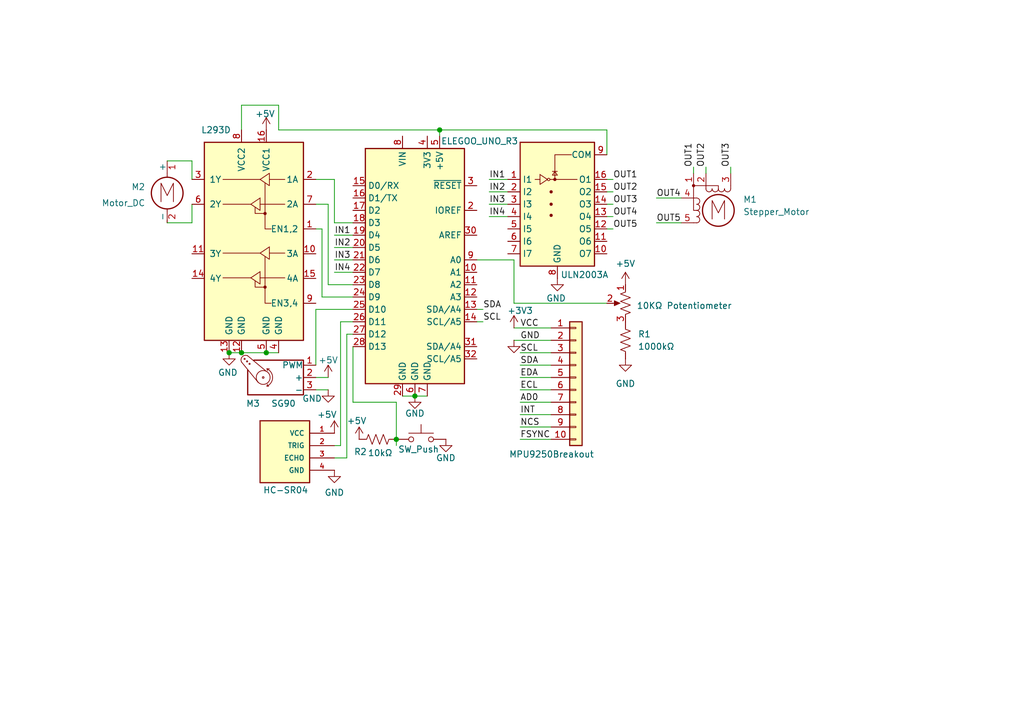
<source format=kicad_sch>
(kicad_sch (version 20250114) (generator "eeschema") (generator_version "9.0")
  (paper "A5")
  (title_block (title "Sensor/Motor Lab Schematic") (date "2026-02-04") (company "S26 Mechatronic Design Team 2") (comment 1 "by Daniel Lazaro"))
  (lib_symbols
    (symbol "Connector_Generic:Conn_01x10" (pin_names (offset 1.016) (hide yes))
      (property "Reference" "J" (at 0 12.7 0))
      (property "Value" "Conn_01x10" (at 0 -15.24 0))
      (symbol "Conn_01x10_1_1"
        (rectangle (start -1.27 11.43) (end 1.27 -13.97) (stroke (width 0.254)) (fill (type background)))
        (rectangle (start -1.27 10.287) (end 0 10.033) (stroke (width 0.1524)))
        (rectangle (start -1.27 7.747) (end 0 7.493) (stroke (width 0.1524)))
        (rectangle (start -1.27 5.207) (end 0 4.953) (stroke (width 0.1524)))
        (rectangle (start -1.27 2.667) (end 0 2.413) (stroke (width 0.1524)))
        (rectangle (start -1.27 0.127) (end 0 -0.127) (stroke (width 0.1524)))
        (rectangle (start -1.27 -2.413) (end 0 -2.667) (stroke (width 0.1524)))
        (rectangle (start -1.27 -4.953) (end 0 -5.207) (stroke (width 0.1524)))
        (rectangle (start -1.27 -7.493) (end 0 -7.747) (stroke (width 0.1524)))
        (rectangle (start -1.27 -10.033) (end 0 -10.287) (stroke (width 0.1524)))
        (rectangle (start -1.27 -12.573) (end 0 -12.827) (stroke (width 0.1524)))
        (pin passive line (at -5.08 10.16 0) (length 3.81) (name "Pin_1") (number "1"))
        (pin passive line (at -5.08 7.62 0) (length 3.81) (name "Pin_2") (number "2"))
        (pin passive line (at -5.08 5.08 0) (length 3.81) (name "Pin_3") (number "3"))
        (pin passive line (at -5.08 2.54 0) (length 3.81) (name "Pin_4") (number "4"))
        (pin passive line (at -5.08 0 0) (length 3.81) (name "Pin_5") (number "5"))
        (pin passive line (at -5.08 -2.54 0) (length 3.81) (name "Pin_6") (number "6"))
        (pin passive line (at -5.08 -5.08 0) (length 3.81) (name "Pin_7") (number "7"))
        (pin passive line (at -5.08 -7.62 0) (length 3.81) (name "Pin_8") (number "8"))
        (pin passive line (at -5.08 -10.16 0) (length 3.81) (name "Pin_9") (number "9"))
        (pin passive line (at -5.08 -12.7 0) (length 3.81) (name "Pin_10") (number "10"))
      )
    )
    (symbol "Device:R_Potentiometer_US" (pin_names (offset 1.016) (hide yes))
      (property "Reference" "RV" (at -4.445 0 90))
      (property "Value" "R_Potentiometer_US" (at -2.54 0 90))
      (symbol "R_Potentiometer_US_0_1"
        (polyline (pts (xy 0 2.54) (xy 0 2.286)))
        (polyline (pts (xy 0 2.286) (xy 1.016 1.905) (xy 0 1.524) (xy -1.016 1.143) (xy 0 0.762)))
        (polyline (pts (xy 0 0.762) (xy 1.016 0.381) (xy 0 0) (xy -1.016 -0.381) (xy 0 -0.762)))
        (polyline (pts (xy 0 -0.762) (xy 1.016 -1.143) (xy 0 -1.524) (xy -1.016 -1.905) (xy 0 -2.286)))
        (polyline (pts (xy 0 -2.286) (xy 0 -2.54)))
        (polyline (pts (xy 1.143 0) (xy 2.286 0.508) (xy 2.286 -0.508) (xy 1.143 0)) (fill (type outline)))
        (polyline (pts (xy 2.54 0) (xy 1.524 0)))
      )
      (symbol "R_Potentiometer_US_1_1"
        (pin passive line (at 0 3.81 270) (length 1.27) (name "1") (number "1"))
        (pin passive line (at 0 -3.81 90) (length 1.27) (name "3") (number "3"))
        (pin passive line (at 3.81 0 180) (length 1.27) (name "2") (number "2"))
      )
    )
    (symbol "Device:R_US" (pin_numbers (hide yes)) (pin_names (offset 0))
      (property "Reference" "R" (at 2.54 0 90))
      (property "Value" "R_US" (at -2.54 0 90))
      (symbol "R_US_0_1"
        (polyline (pts (xy 0 2.286) (xy 0 2.54)))
        (polyline (pts (xy 0 2.286) (xy 1.016 1.905) (xy 0 1.524) (xy -1.016 1.143) (xy 0 0.762)))
        (polyline (pts (xy 0 0.762) (xy 1.016 0.381) (xy 0 0) (xy -1.016 -0.381) (xy 0 -0.762)))
        (polyline (pts (xy 0 -0.762) (xy 1.016 -1.143) (xy 0 -1.524) (xy -1.016 -1.905) (xy 0 -2.286)))
        (polyline (pts (xy 0 -2.286) (xy 0 -2.54)))
      )
      (symbol "R_US_1_1"
        (pin passive line (at 0 3.81 270) (length 1.27) (name "~") (number "1"))
        (pin passive line (at 0 -3.81 90) (length 1.27) (name "~") (number "2"))
      )
    )
    (symbol "Driver_Motor:L293D" (pin_names (offset 1.016))
      (property "Reference" "U" (at -5.08 26.035 0))
      (property "Value" "L293D" (at -5.08 24.13 0))
      (symbol "L293D_0_1"
        (rectangle (start -10.16 22.86) (end 10.16 -17.78) (stroke (width 0.254)) (fill (type background)))
        (polyline (pts (xy -6.35 15.24) (xy -3.175 15.24)))
        (polyline (pts (xy -6.35 10.16) (xy -1.27 10.16)))
        (polyline (pts (xy -6.35 0.127) (xy -3.175 0.127)))
        (polyline (pts (xy -6.35 -4.953) (xy -1.27 -4.953)))
        (polyline (pts (xy -3.175 16.51) (xy -3.175 13.97) (xy -1.27 15.24) (xy -3.175 16.51)))
        (polyline (pts (xy -3.175 1.397) (xy -3.175 -1.143) (xy -1.27 0.127) (xy -3.175 1.397)))
        (polyline (pts (xy -2.286 14.478) (xy -2.286 5.08) (xy -3.556 5.08)))
        (circle (center -2.286 8.255) (radius 0.254) (fill (type outline)))
        (polyline (pts (xy -2.286 8.255) (xy -0.254 8.255) (xy -0.254 9.525)))
        (polyline (pts (xy -2.286 -0.635) (xy -2.286 -10.16) (xy -3.556 -10.16)))
        (circle (center -2.286 -6.858) (radius 0.254) (fill (type outline)))
        (polyline (pts (xy -2.286 -6.858) (xy -0.254 -6.858) (xy -0.254 -5.588)))
        (polyline (pts (xy -1.27 15.24) (xy 6.35 15.24)))
        (polyline (pts (xy -1.27 11.43) (xy -1.27 8.89) (xy 0.635 10.16) (xy -1.27 11.43)))
        (polyline (pts (xy -1.27 0.127) (xy 6.35 0.127)))
        (polyline (pts (xy -1.27 -3.683) (xy -1.27 -6.223) (xy 0.635 -4.953) (xy -1.27 -3.683)))
        (polyline (pts (xy 0.635 10.16) (xy 6.35 10.16)))
        (polyline (pts (xy 0.635 -4.953) (xy 6.35 -4.953)))
      )
      (symbol "L293D_1_1"
        (pin input line (at -12.7 15.24 0) (length 2.54) (name "1A") (number "2"))
        (pin input line (at -12.7 10.16 0) (length 2.54) (name "2A") (number "7"))
        (pin input line (at -12.7 5.08 0) (length 2.54) (name "EN1,2") (number "1"))
        (pin input line (at -12.7 0 0) (length 2.54) (name "3A") (number "10"))
        (pin input line (at -12.7 -5.08 0) (length 2.54) (name "4A") (number "15"))
        (pin input line (at -12.7 -10.16 0) (length 2.54) (name "EN3,4") (number "9"))
        (pin power_in line (at -5.08 -20.32 90) (length 2.54) (name "GND") (number "4"))
        (pin power_in line (at -2.54 25.4 270) (length 2.54) (name "VCC1") (number "16"))
        (pin power_in line (at -2.54 -20.32 90) (length 2.54) (name "GND") (number "5"))
        (pin power_in line (at 2.54 25.4 270) (length 2.54) (name "VCC2") (number "8"))
        (pin power_in line (at 2.54 -20.32 90) (length 2.54) (name "GND") (number "12"))
        (pin power_in line (at 5.08 -20.32 90) (length 2.54) (name "GND") (number "13"))
        (pin output line (at 12.7 15.24 180) (length 2.54) (name "1Y") (number "3"))
        (pin output line (at 12.7 10.16 180) (length 2.54) (name "2Y") (number "6"))
        (pin output line (at 12.7 0 180) (length 2.54) (name "3Y") (number "11"))
        (pin output line (at 12.7 -5.08 180) (length 2.54) (name "4Y") (number "14"))
      )
    )
    (symbol "HC-SR04:HC-SR04" (pin_names (offset 1.016))
      (property "Reference" "U" (at 0 5.0813 0))
      (property "Value" "HC-SR04" (at 0 -10.163 0))
      (symbol "HC-SR04_0_0"
        (rectangle (start 0 -7.62) (end 10.16 5.08) (stroke (width 0.254)) (fill (type background)))
        (pin power_in line (at -5.08 2.54 0) (length 5.08) (name "VCC") (number "1"))
        (pin bidirectional line (at -5.08 0 0) (length 5.08) (name "TRIG") (number "2"))
        (pin bidirectional line (at -5.08 -2.54 0) (length 5.08) (name "ECHO") (number "3"))
        (pin power_in line (at -5.08 -5.08 0) (length 5.08) (name "GND") (number "4"))
      )
    )
    (symbol "MCU_Module:Arduino_UNO_R3"
      (property "Reference" "A" (at -10.16 23.495 0))
      (property "Value" "Arduino_UNO_R3" (at 5.08 -26.67 0))
      (symbol "Arduino_UNO_R3_0_1"
        (rectangle (start -10.16 22.86) (end 10.16 -25.4) (stroke (width 0.254)) (fill (type background)))
      )
      (symbol "Arduino_UNO_R3_1_1"
        (pin bidirectional line (at -12.7 15.24 0) (length 2.54) (name "D0/RX") (number "15"))
        (pin bidirectional line (at -12.7 12.7 0) (length 2.54) (name "D1/TX") (number "16"))
        (pin bidirectional line (at -12.7 10.16 0) (length 2.54) (name "D2") (number "17"))
        (pin bidirectional line (at -12.7 7.62 0) (length 2.54) (name "D3") (number "18"))
        (pin bidirectional line (at -12.7 5.08 0) (length 2.54) (name "D4") (number "19"))
        (pin bidirectional line (at -12.7 2.54 0) (length 2.54) (name "D5") (number "20"))
        (pin bidirectional line (at -12.7 0 0) (length 2.54) (name "D6") (number "21"))
        (pin bidirectional line (at -12.7 -2.54 0) (length 2.54) (name "D7") (number "22"))
        (pin bidirectional line (at -12.7 -5.08 0) (length 2.54) (name "D8") (number "23"))
        (pin bidirectional line (at -12.7 -7.62 0) (length 2.54) (name "D9") (number "24"))
        (pin bidirectional line (at -12.7 -10.16 0) (length 2.54) (name "D10") (number "25"))
        (pin bidirectional line (at -12.7 -12.7 0) (length 2.54) (name "D11") (number "26"))
        (pin bidirectional line (at -12.7 -15.24 0) (length 2.54) (name "D12") (number "27"))
        (pin bidirectional line (at -12.7 -17.78 0) (length 2.54) (name "D13") (number "28"))
        (pin no_connect line (at -10.16 -20.32 0) (length 2.54) (hide yes) (name "NC") (number "1"))
        (pin power_in line (at -2.54 25.4 270) (length 2.54) (name "VIN") (number "8"))
        (pin power_in line (at -2.54 -27.94 90) (length 2.54) (name "GND") (number "29"))
        (pin power_in line (at 0 -27.94 90) (length 2.54) (name "GND") (number "6"))
        (pin power_out line (at 2.54 25.4 270) (length 2.54) (name "3V3") (number "4"))
        (pin power_in line (at 2.54 -27.94 90) (length 2.54) (name "GND") (number "7"))
        (pin power_out line (at 5.08 25.4 270) (length 2.54) (name "+5V") (number "5"))
        (pin input line (at 12.7 15.24 180) (length 2.54) (name "~{RESET}") (number "3"))
        (pin output line (at 12.7 10.16 180) (length 2.54) (name "IOREF") (number "2"))
        (pin input line (at 12.7 5.08 180) (length 2.54) (name "AREF") (number "30"))
        (pin bidirectional line (at 12.7 0 180) (length 2.54) (name "A0") (number "9"))
        (pin bidirectional line (at 12.7 -2.54 180) (length 2.54) (name "A1") (number "10"))
        (pin bidirectional line (at 12.7 -5.08 180) (length 2.54) (name "A2") (number "11"))
        (pin bidirectional line (at 12.7 -7.62 180) (length 2.54) (name "A3") (number "12"))
        (pin bidirectional line (at 12.7 -10.16 180) (length 2.54) (name "SDA/A4") (number "13"))
        (pin bidirectional line (at 12.7 -12.7 180) (length 2.54) (name "SCL/A5") (number "14"))
        (pin bidirectional line (at 12.7 -17.78 180) (length 2.54) (name "SDA/A4") (number "31"))
        (pin bidirectional line (at 12.7 -20.32 180) (length 2.54) (name "SCL/A5") (number "32"))
      )
    )
    (symbol "Motor:Motor_DC" (pin_names (offset 0))
      (property "Reference" "M" (at 2.54 2.54 0))
      (property "Value" "Motor_DC" (at 2.54 -5.08 0))
      (symbol "Motor_DC_0_0"
        (polyline (pts (xy -1.27 -3.302) (xy -1.27 0.508) (xy 0 -2.032) (xy 1.27 0.508) (xy 1.27 -3.302)))
      )
      (symbol "Motor_DC_0_1"
        (polyline (pts (xy 0 2.032) (xy 0 2.54)))
        (polyline (pts (xy 0 1.7272) (xy 0 2.0828)))
        (circle (center 0 -1.524) (radius 3.2512) (stroke (width 0.254)))
        (polyline (pts (xy 0 -4.7752) (xy 0 -5.1816)))
        (polyline (pts (xy 0 -7.62) (xy 0 -7.112)))
      )
      (symbol "Motor_DC_1_1"
        (pin passive line (at 0 5.08 270) (length 2.54) (name "+") (number "1"))
        (pin passive line (at 0 -7.62 90) (length 2.54) (name "-") (number "2"))
      )
    )
    (symbol "Motor:Motor_Servo" (pin_names (offset 0.0254))
      (property "Reference" "M" (at -5.08 4.445 0))
      (property "Value" "Motor_Servo" (at -5.08 -4.064 0))
      (symbol "Motor_Servo_0_1"
        (polyline (pts (xy 2.413 1.778) (xy 1.905 1.778)))
        (polyline (pts (xy 2.413 1.778) (xy 2.286 1.397)))
        (polyline (pts (xy 2.413 -1.778) (xy 2.032 -1.778)))
        (polyline (pts (xy 2.413 -1.778) (xy 2.286 -1.397)))
        (arc (start 2.413 -1.778) (mid 1.2406 0) (end 2.413 1.778))
        (circle (center 3.175 0) (radius 0.1778))
        (circle (center 3.175 0) (radius 1.4224))
        (polyline (pts (xy 5.08 3.556) (xy -5.08 3.556) (xy -5.08 -3.556) (xy 6.35 -3.556) (xy 6.35 1.524)) (stroke (width 0.254)))
        (circle (center 5.969 2.794) (radius 0.127))
        (polyline (pts (xy 6.35 4.445) (xy 2.54 1.27)))
        (circle (center 6.477 3.302) (radius 0.127))
        (arc (start 6.35 4.445) (mid 7.4487 4.2737) (end 7.62 3.175))
        (circle (center 6.985 3.81) (radius 0.127))
        (polyline (pts (xy 7.62 3.175) (xy 4.191 -1.016)))
      )
      (symbol "Motor_Servo_1_1"
        (pin passive line (at -7.62 2.54 0) (length 2.54) (name "PWM") (number "1"))
        (pin passive line (at -7.62 0 0) (length 2.54) (name "+") (number "2"))
        (pin passive line (at -7.62 -2.54 0) (length 2.54) (name "-") (number "3"))
      )
    )
    (symbol "Motor:Stepper_Motor_unipolar_5pin" (pin_names (offset 0) (hide yes))
      (property "Reference" "M" (at 3.81 2.54 0))
      (property "Value" "Stepper_Motor_unipolar_5pin" (at 3.81 1.27 0))
      (symbol "Stepper_Motor_unipolar_5pin_0_0"
        (polyline (pts (xy -1.27 -1.778) (xy -1.27 2.032) (xy 0 -0.508) (xy 1.27 2.032) (xy 1.27 -1.778)))
      )
      (symbol "Stepper_Motor_unipolar_5pin_0_1"
        (circle (center -5.08 5.08) (radius 0.0001) (fill (type outline)))
        (circle (center -5.08 5.08) (radius 0.254) (fill (type outline)))
        (polyline (pts (xy -5.08 5.08) (xy -5.08 0) (xy -4.445 0)))
        (polyline (pts (xy -5.08 2.54) (xy -4.445 2.54)))
        (polyline (pts (xy -5.08 -2.54) (xy -4.445 -2.54)))
        (arc (start -4.445 2.54) (mid -3.8127 1.905) (end -4.445 1.27))
        (arc (start -4.445 1.27) (mid -3.8127 0.635) (end -4.445 0))
        (arc (start -4.445 0) (mid -3.8127 -0.635) (end -4.445 -1.27))
        (arc (start -4.445 -1.27) (mid -3.8127 -1.905) (end -4.445 -2.54))
        (polyline (pts (xy -2.54 4.445) (xy -2.54 5.08)))
        (arc (start -1.27 4.445) (mid -1.905 3.8127) (end -2.54 4.445))
        (arc (start 0 4.445) (mid -0.635 3.8127) (end -1.27 4.445))
        (polyline (pts (xy 0 4.445) (xy 0 5.08) (xy -5.08 5.08)))
        (circle (center 0 0) (radius 3.2512) (stroke (width 0.254)))
        (arc (start 1.27 4.445) (mid 0.635 3.8127) (end 0 4.445))
        (arc (start 2.54 4.445) (mid 1.905 3.8127) (end 1.27 4.445))
        (polyline (pts (xy 2.54 4.445) (xy 2.54 5.08)))
      )
      (symbol "Stepper_Motor_unipolar_5pin_1_1"
        (pin passive line (at -7.62 2.54 0) (length 2.54) (name "~") (number "4"))
        (pin passive line (at -7.62 -2.54 0) (length 2.54) (name "~") (number "5"))
        (pin passive line (at -5.08 7.62 270) (length 2.54) (name "~") (number "1"))
        (pin passive line (at -2.54 7.62 270) (length 2.54) (name "~") (number "2"))
        (pin passive line (at 2.54 7.62 270) (length 2.54) (name "-") (number "3"))
      )
    )
    (symbol "Switch:SW_Push" (pin_numbers (hide yes)) (pin_names (offset 1.016) (hide yes))
      (property "Reference" "SW" (at 1.27 2.54 0))
      (property "Value" "SW_Push" (at 0 -1.524 0))
      (symbol "SW_Push_0_1"
        (circle (center -2.032 0) (radius 0.508))
        (polyline (pts (xy 0 1.27) (xy 0 3.048)))
        (circle (center 2.032 0) (radius 0.508))
        (polyline (pts (xy 2.54 1.27) (xy -2.54 1.27)))
        (pin passive line (at -5.08 0 0) (length 2.54) (name "1") (number "1"))
        (pin passive line (at 5.08 0 180) (length 2.54) (name "2") (number "2"))
      )
    )
    (symbol "Transistor_Array:ULN2003A"
      (property "Reference" "U" (at 0 15.875 0))
      (property "Value" "ULN2003A" (at 0 13.97 0))
      (symbol "ULN2003A_0_1"
        (rectangle (start -7.62 -12.7) (end 7.62 12.7) (stroke (width 0.254)) (fill (type background)))
        (polyline (pts (xy -4.572 5.08) (xy -3.556 5.08)))
        (polyline (pts (xy -3.556 6.096) (xy -3.556 4.064) (xy -2.032 5.08) (xy -3.556 6.096)))
        (circle (center -1.778 5.08) (radius 0.254))
        (polyline (pts (xy -1.524 5.08) (xy 4.064 5.08)))
        (circle (center -1.27 2.54) (radius 0.254) (fill (type outline)))
        (circle (center -1.27 0) (radius 0.254) (fill (type outline)))
        (circle (center -1.27 -2.286) (radius 0.254) (fill (type outline)))
        (circle (center -0.508 5.08) (radius 0.254) (fill (type outline)))
        (polyline (pts (xy -0.508 5.08) (xy -0.508 10.16) (xy 2.921 10.16)))
        (polyline (pts (xy 0 6.731) (xy -1.016 6.731)))
        (polyline (pts (xy 0 5.969) (xy -1.016 5.969) (xy -0.508 6.731) (xy 0 5.969)))
      )
      (symbol "ULN2003A_1_1"
        (pin input line (at -10.16 5.08 0) (length 2.54) (name "I1") (number "1"))
        (pin input line (at -10.16 2.54 0) (length 2.54) (name "I2") (number "2"))
        (pin input line (at -10.16 0 0) (length 2.54) (name "I3") (number "3"))
        (pin input line (at -10.16 -2.54 0) (length 2.54) (name "I4") (number "4"))
        (pin input line (at -10.16 -5.08 0) (length 2.54) (name "I5") (number "5"))
        (pin input line (at -10.16 -7.62 0) (length 2.54) (name "I6") (number "6"))
        (pin input line (at -10.16 -10.16 0) (length 2.54) (name "I7") (number "7"))
        (pin power_in line (at 0 -15.24 90) (length 2.54) (name "GND") (number "8"))
        (pin passive line (at 10.16 10.16 180) (length 2.54) (name "COM") (number "9"))
        (pin open_collector line (at 10.16 5.08 180) (length 2.54) (name "O1") (number "16"))
        (pin open_collector line (at 10.16 2.54 180) (length 2.54) (name "O2") (number "15"))
        (pin open_collector line (at 10.16 0 180) (length 2.54) (name "O3") (number "14"))
        (pin open_collector line (at 10.16 -2.54 180) (length 2.54) (name "O4") (number "13"))
        (pin open_collector line (at 10.16 -5.08 180) (length 2.54) (name "O5") (number "12"))
        (pin open_collector line (at 10.16 -7.62 180) (length 2.54) (name "O6") (number "11"))
        (pin open_collector line (at 10.16 -10.16 180) (length 2.54) (name "O7") (number "10"))
      )
    )
    (symbol "power:+3V3" (power) (pin_numbers (hide yes)) (pin_names (offset 0) (hide yes))
      (property "Value" "+3V3" (at 0 3.556 0))
      (symbol "+3V3_0_1"
        (polyline (pts (xy -0.762 1.27) (xy 0 2.54)))
        (polyline (pts (xy 0 2.54) (xy 0.762 1.27)))
        (polyline (pts (xy 0 0) (xy 0 2.54)))
      )
      (symbol "+3V3_1_1"
        (pin power_in line (at 0 0 90) (length 0) (name "~") (number "1"))
      )
    )
    (symbol "power:+5V" (power) (pin_numbers (hide yes)) (pin_names (offset 0) (hide yes))
      (property "Value" "+5V" (at 0 3.556 0))
      (symbol "+5V_0_1"
        (polyline (pts (xy -0.762 1.27) (xy 0 2.54)))
        (polyline (pts (xy 0 2.54) (xy 0.762 1.27)))
        (polyline (pts (xy 0 0) (xy 0 2.54)))
      )
      (symbol "+5V_1_1"
        (pin power_in line (at 0 0 90) (length 0) (name "~") (number "1"))
      )
    )
    (symbol "power:GND" (power) (pin_numbers (hide yes)) (pin_names (offset 0) (hide yes))
      (property "Value" "GND" (at 0 -3.81 0))
      (symbol "GND_0_1"
        (polyline (pts (xy 0 0) (xy 0 -1.27) (xy 1.27 -1.27) (xy 0 -2.54) (xy -1.27 -1.27) (xy 0 -1.27)))
      )
      (symbol "GND_1_1"
        (pin power_in line (at 0 0 270) (length 0) (name "~") (number "1"))
      )
    )
  )
  (junction (at 85.09 81.28))
  (junction (at 49.53 72.39))
  (junction (at 90.17 26.67))
  (junction (at 54.61 72.39))
  (junction (at 81.28 90.17))
  (junction (at 46.99 72.39))
  (wire (pts (xy 39.37 33.02) (xy 34.29 33.02)))
  (wire (pts (xy 90.17 26.67) (xy 57.15 26.67)))
  (wire (pts (xy 124.46 46.99) (xy 125.73 46.99)))
  (wire (pts (xy 85.09 81.28) (xy 87.63 81.28)))
  (wire (pts (xy 105.41 69.85) (xy 113.03 69.85)))
  (wire (pts (xy 100.33 44.45) (xy 104.14 44.45)))
  (wire (pts (xy 49.53 21.59) (xy 49.53 26.67)))
  (wire (pts (xy 106.68 77.47) (xy 113.03 77.47)))
  (wire (pts (xy 124.46 44.45) (xy 125.73 44.45)))
  (wire (pts (xy 106.68 85.09) (xy 113.03 85.09)))
  (wire (pts (xy 81.28 82.55) (xy 81.28 90.17)))
  (wire (pts (xy 142.24 34.29) (xy 142.24 35.56)))
  (wire (pts (xy 67.31 58.42) (xy 67.31 41.91)))
  (wire (pts (xy 90.17 26.67) (xy 124.46 26.67)))
  (wire (pts (xy 105.41 62.23) (xy 105.41 53.34)))
  (wire (pts (xy 69.85 66.04) (xy 69.85 91.44)))
  (wire (pts (xy 134.62 40.64) (xy 139.7 40.64)))
  (wire (pts (xy 68.58 48.26) (xy 72.39 48.26)))
  (wire (pts (xy 64.77 36.83) (xy 68.58 36.83)))
  (wire (pts (xy 72.39 58.42) (xy 67.31 58.42)))
  (wire (pts (xy 68.58 53.34) (xy 72.39 53.34)))
  (wire (pts (xy 39.37 45.72) (xy 39.37 41.91)))
  (wire (pts (xy 72.39 63.5) (xy 64.77 63.5)))
  (wire (pts (xy 97.79 66.04) (xy 99.06 66.04)))
  (wire (pts (xy 69.85 66.04) (xy 72.39 66.04)))
  (wire (pts (xy 49.53 72.39) (xy 54.61 72.39)))
  (wire (pts (xy 64.77 80.01) (xy 67.31 80.01)))
  (wire (pts (xy 68.58 91.44) (xy 69.85 91.44)))
  (wire (pts (xy 105.41 53.34) (xy 97.79 53.34)))
  (wire (pts (xy 46.99 72.39) (xy 49.53 72.39)))
  (wire (pts (xy 71.12 93.98) (xy 71.12 68.58)))
  (wire (pts (xy 81.28 91.44) (xy 81.28 90.17)))
  (wire (pts (xy 68.58 55.88) (xy 72.39 55.88)))
  (wire (pts (xy 97.79 63.5) (xy 99.06 63.5)))
  (wire (pts (xy 67.31 41.91) (xy 64.77 41.91)))
  (wire (pts (xy 66.04 60.96) (xy 66.04 46.99)))
  (wire (pts (xy 64.77 46.99) (xy 66.04 46.99)))
  (wire (pts (xy 124.46 26.67) (xy 124.46 31.75)))
  (wire (pts (xy 64.77 77.47) (xy 67.31 77.47)))
  (wire (pts (xy 54.61 72.39) (xy 57.15 72.39)))
  (wire (pts (xy 68.58 93.98) (xy 71.12 93.98)))
  (wire (pts (xy 64.77 63.5) (xy 64.77 74.93)))
  (wire (pts (xy 106.68 72.39) (xy 113.03 72.39)))
  (wire (pts (xy 105.41 67.31) (xy 113.03 67.31)))
  (wire (pts (xy 106.68 82.55) (xy 113.03 82.55)))
  (wire (pts (xy 57.15 26.67) (xy 57.15 21.59)))
  (wire (pts (xy 106.68 90.17) (xy 113.03 90.17)))
  (wire (pts (xy 68.58 45.72) (xy 72.39 45.72)))
  (wire (pts (xy 100.33 36.83) (xy 104.14 36.83)))
  (wire (pts (xy 71.12 68.58) (xy 72.39 68.58)))
  (wire (pts (xy 106.68 80.01) (xy 113.03 80.01)))
  (wire (pts (xy 39.37 36.83) (xy 39.37 33.02)))
  (wire (pts (xy 82.55 81.28) (xy 85.09 81.28)))
  (wire (pts (xy 72.39 82.55) (xy 81.28 82.55)))
  (wire (pts (xy 144.78 34.29) (xy 144.78 35.56)))
  (wire (pts (xy 34.29 45.72) (xy 39.37 45.72)))
  (wire (pts (xy 72.39 71.12) (xy 72.39 82.55)))
  (wire (pts (xy 124.46 41.91) (xy 125.73 41.91)))
  (wire (pts (xy 149.86 34.29) (xy 149.86 35.56)))
  (wire (pts (xy 72.39 60.96) (xy 66.04 60.96)))
  (wire (pts (xy 100.33 41.91) (xy 104.14 41.91)))
  (wire (pts (xy 134.62 45.72) (xy 139.7 45.72)))
  (wire (pts (xy 106.68 87.63) (xy 113.03 87.63)))
  (wire (pts (xy 68.58 36.83) (xy 68.58 45.72)))
  (wire (pts (xy 124.46 39.37) (xy 125.73 39.37)))
  (wire (pts (xy 106.68 74.93) (xy 113.03 74.93)))
  (wire (pts (xy 57.15 21.59) (xy 49.53 21.59)))
  (wire (pts (xy 68.58 50.8) (xy 72.39 50.8)))
  (wire (pts (xy 124.46 36.83) (xy 125.73 36.83)))
  (wire (pts (xy 100.33 39.37) (xy 104.14 39.37)))
  (wire (pts (xy 124.46 62.23) (xy 105.41 62.23)))
  (wire (pts (xy 90.17 27.94) (xy 90.17 26.67)))
  (label "SDA" (at 106.68 74.93 0))
  (label "OUT1" (at 125.73 36.83 0))
  (label "OUT3" (at 125.73 41.91 0))
  (label "FSYNC" (at 106.68 90.17 0))
  (label "AD0" (at 106.68 82.55 0))
  (label "OUT5" (at 125.73 46.99 0))
  (label "IN4" (at 100.33 44.45 0))
  (label "EDA" (at 106.68 77.47 0))
  (label "ECL" (at 106.68 80.01 0))
  (label "IN4" (at 68.58 55.88 0))
  (label "OUT2" (at 144.78 34.29 90))
  (label "VCC" (at 106.68 67.31 0))
  (label "IN1" (at 68.58 48.26 0))
  (label "SCL" (at 99.06 66.04 0))
  (label "GND" (at 106.68 69.85 0))
  (label "IN2" (at 100.33 39.37 0))
  (label "OUT1" (at 142.24 34.29 90))
  (label "NCS" (at 106.68 87.63 0))
  (label "SDA" (at 99.06 63.5 0))
  (label "IN3" (at 100.33 41.91 0))
  (label "INT" (at 106.68 85.09 0))
  (label "IN3" (at 68.58 53.34 0))
  (label "OUT4" (at 134.62 40.64 0))
  (label "OUT3" (at 149.86 34.29 90))
  (label "OUT2" (at 125.73 39.37 0))
  (label "OUT5" (at 134.62 45.72 0))
  (label "SCL" (at 106.68 72.39 0))
  (label "OUT4" (at 125.73 44.45 0))
  (label "IN1" (at 100.33 36.83 0))
  (label "IN2" (at 68.58 50.8 0))
  (symbol (lib_id "Device:R_Potentiometer_US") (at 128.27 62.23 0) (mirror y) (unit 1)
    (property "Reference" "RV1" (effects (hide yes)))
    (property "Value" "10KΩ Potentiometer" (at 130.556 62.738 0) (effects (justify right)))
    (property "Description" "Potentiometer, US symbol" (effects (hide yes)))
  )
  (symbol (lib_id "power:+5V") (at 128.27 58.42 0) (unit 1)
    (property "Reference" "#PWR08" (effects (hide yes)))
    (property "Value" "+5V" (at 128.27 54.102 0))
    (property "Description" "Power symbol creates a global label with name \"+5V\"" (effects (hide yes)))
  )
  (symbol (lib_id "HC-SR04:HC-SR04") (at 63.5 91.44 0) (mirror y) (unit 1)
    (property "Reference" "U3" (effects (hide yes)))
    (property "Value" "HC-SR04" (at 63.246 100.584 0) (effects (justify left)))
    (property "Footprint" "HC-SR04:XCVR_HC-SR04" (effects (hide yes)))
    (property "MF" "SparkFun Electronics" (effects (hide yes)))
    (property "Description_1" "HC-SR04 Ultrasonic Sensor Qwiic Platform Evaluation Expansion Board" (effects (hide yes)))
    (property "Package" "None" (effects (hide yes)))
    (property "Price" "None" (effects (hide yes)))
    (property "Check_prices" "https://www.snapeda.com/parts/HC-SR04/SparkFun/view-part/?ref=eda" (effects (hide yes)))
    (property "SnapEDA_Link" "https://www.snapeda.com/parts/HC-SR04/SparkFun/view-part/?ref=snap" (effects (hide yes)))
    (property "MP" "HC-SR04" (effects (hide yes)))
    (property "Availability" "In Stock" (effects (hide yes)))
    (property "MANUFACTURER" "Osepp" (effects (hide yes)))
  )
  (symbol (lib_id "power:GND") (at 128.27 73.66 0) (unit 1)
    (property "Reference" "#PWR05" (effects (hide yes)))
    (property "Value" "GND" (at 128.27 78.74 0))
    (property "Description" "Power symbol creates a global label with name \"GND\" , ground" (effects (hide yes)))
  )
  (symbol (lib_id "MCU_Module:Arduino_UNO_R3") (at 85.09 53.34 0) (unit 1)
    (property "Reference" "A1" (effects (hide yes)))
    (property "Value" "ELEGOO_UNO_R3" (at 90.424 28.956 0) (effects (justify left)))
    (property "Footprint" "Module:Arduino_UNO_R3" (effects (hide yes)))
    (property "Datasheet" "https://www.arduino.cc/en/Main/arduinoBoardUno" (effects (hide yes)))
    (property "Description" "Arduino UNO Microcontroller Module, release 3" (effects (hide yes)))
  )
  (symbol (lib_id "power:+5V") (at 73.66 90.17 0) (unit 1)
    (property "Reference" "#PWR09" (effects (hide yes)))
    (property "Value" "+5V" (at 73.152 86.36 0))
    (property "Description" "Power symbol creates a global label with name \"+5V\"" (effects (hide yes)))
  )
  (symbol (lib_id "Motor:Stepper_Motor_unipolar_5pin") (at 147.32 43.18 0) (unit 1)
    (property "Reference" "M1" (at 152.4 40.932 0) (effects (justify left)))
    (property "Value" "Stepper_Motor" (at 152.4 43.472 0) (effects (justify left)))
    (property "Datasheet" "http://www.infineon.com/dgdl/Application-Note-TLE8110EE_driving_UniPolarStepperMotor_V1.1.pdf?fileId=db3a30431be39b97011be5d0aa0a00b0" (effects (hide yes)))
    (property "Description" "5-wire unipolar stepper motor" (effects (hide yes)))
  )
  (symbol (lib_id "power:GND") (at 68.58 96.52 0) (unit 1)
    (property "Reference" "#PWR01" (effects (hide yes)))
    (property "Value" "GND" (at 68.58 101.092 0))
    (property "Description" "Power symbol creates a global label with name \"GND\" , ground" (effects (hide yes)))
  )
  (symbol (lib_id "power:+3V3") (at 105.41 67.31 0) (unit 1)
    (property "Reference" "#PWR010" (effects (hide yes)))
    (property "Value" "+3V3" (at 106.68 63.754 0))
    (property "Description" "Power symbol creates a global label with name \"+3V3\"" (effects (hide yes)))
  )
  (symbol (lib_id "Switch:SW_Push") (at 86.36 90.17 0) (unit 1)
    (property "Reference" "SW2" (effects (hide yes)))
    (property "Value" "SW_Push" (at 85.852 92.202 0))
    (property "Description" "Push button switch, generic, two pins" (effects (hide yes)))
  )
  (symbol (lib_id "Driver_Motor:L293D") (at 52.07 52.07 0) (mirror y) (unit 1)
    (property "Reference" "U1" (effects (hide yes)))
    (property "Value" "L293D" (at 47.3867 26.67 0) (effects (justify left)))
    (property "Footprint" "Package_DIP:DIP-16_W7.62mm" (effects (hide yes)))
    (property "Datasheet" "http://www.ti.com/lit/ds/symlink/l293.pdf" (effects (hide yes)))
    (property "Description" "Quadruple Half-H Drivers" (effects (hide yes)))
  )
  (symbol (lib_id "Connector_Generic:Conn_01x10") (at 118.11 77.47 0) (unit 1)
    (property "Reference" "MPU9250Breakout" (at 104.394 93.218 0) (effects (justify left)))
    (property "Value" "MPU9250 Breakout" (effects (hide yes)))
    (property "Description" "Generic connector, single row, 01x10, script generated (kicad-library-utils/schlib/autogen/connector/)" (effects (hide yes)))
  )
  (symbol (lib_id "power:+5V") (at 68.58 88.9 0) (unit 1)
    (property "Reference" "#PWR011" (effects (hide yes)))
    (property "Value" "+5V" (at 67.056 85.09 0))
    (property "Description" "Power symbol creates a global label with name \"+5V\"" (effects (hide yes)))
  )
  (symbol (lib_id "power:+5V") (at 54.61 26.67 0) (unit 1)
    (property "Reference" "#PWR07" (effects (hide yes)))
    (property "Value" "+5V" (at 54.356 23.368 0))
    (property "Description" "Power symbol creates a global label with name \"+5V\"" (effects (hide yes)))
  )
  (symbol (lib_id "power:GND") (at 46.99 72.39 0) (unit 1)
    (property "Reference" "#PWR03" (effects (hide yes)))
    (property "Value" "GND" (at 46.736 76.454 0))
    (property "Description" "Power symbol creates a global label with name \"GND\" , ground" (effects (hide yes)))
  )
  (symbol (lib_id "Transistor_Array:ULN2003A") (at 114.3 41.91 0) (unit 1)
    (property "Reference" "U2" (effects (hide yes)))
    (property "Value" "ULN2003A" (at 119.888 56.388 0))
    (property "Datasheet" "http://www.ti.com/lit/ds/symlink/uln2003a.pdf" (effects (hide yes)))
    (property "Description" "High Voltage, High Current Darlington Transistor Arrays, SOIC16/SOIC16W/DIP16/TSSOP16" (effects (hide yes)))
  )
  (symbol (lib_id "power:GND") (at 91.44 90.17 0) (unit 1)
    (property "Reference" "#PWR06" (effects (hide yes)))
    (property "Value" "GND" (at 91.44 93.98 0))
    (property "Description" "Power symbol creates a global label with name \"GND\" , ground" (effects (hide yes)))
  )
  (symbol (lib_id "Device:R_US") (at 77.47 90.17 90) (unit 1)
    (property "Reference" "R2" (at 73.914 92.71 90))
    (property "Value" "10kΩ" (at 77.978 92.964 90))
    (property "Description" "Resistor, US symbol" (effects (hide yes)))
  )
  (symbol (lib_id "power:+5V") (at 67.31 77.47 0) (unit 1)
    (property "Reference" "#PWR012" (effects (hide yes)))
    (property "Value" "+5V" (at 67.31 73.914 0))
    (property "Description" "Power symbol creates a global label with name \"+5V\"" (effects (hide yes)))
  )
  (symbol (lib_id "power:GND") (at 67.31 80.01 0) (unit 1)
    (property "Reference" "#PWR013" (effects (hide yes)))
    (property "Value" "GND" (at 64.008 81.788 0))
    (property "Description" "Power symbol creates a global label with name \"GND\" , ground" (effects (hide yes)))
  )
  (symbol (lib_id "Motor:Motor_Servo") (at 57.15 77.47 0) (mirror y) (unit 1)
    (property "Reference" "M3" (at 53.34 82.804 0) (effects (justify left)))
    (property "Value" "SG90" (at 60.706 82.804 0) (effects (justify left)))
    (property "Datasheet" "http://forums.parallax.com/uploads/attachments/46831/74481.png" (effects (hide yes)))
    (property "Description" "Servo Motor (Futaba, HiTec, JR connector)" (effects (hide yes)))
  )
  (symbol (lib_id "Device:R_US") (at 128.27 69.85 0) (unit 1)
    (property "Reference" "R1" (at 130.81 68.5799 0) (effects (justify left)))
    (property "Value" "1000kΩ" (at 130.81 71.1199 0) (effects (justify left)))
    (property "Description" "Resistor, US symbol" (effects (hide yes)))
  )
  (symbol (lib_id "power:GND") (at 114.3 57.15 0) (unit 1)
    (property "Reference" "#PWR04" (effects (hide yes)))
    (property "Value" "GND" (at 114.046 61.214 0))
    (property "Description" "Power symbol creates a global label with name \"GND\" , ground" (effects (hide yes)))
  )
  (symbol (lib_id "power:GND") (at 85.09 81.28 0) (unit 1)
    (property "Reference" "#PWR02" (effects (hide yes)))
    (property "Value" "GND" (at 85.09 84.836 0))
    (property "Description" "Power symbol creates a global label with name \"GND\" , ground" (effects (hide yes)))
  )
  (symbol (lib_id "Motor:Motor_DC") (at 34.29 38.1 0) (unit 1)
    (property "Reference" "M2" (at 26.924 38.354 0) (effects (justify left)))
    (property "Value" "Motor_DC" (at 20.828 41.656 0) (effects (justify left)))
    (property "Description" "DC Motor" (effects (hide yes)))
  )
  (symbol (lib_id "power:GND") (at 105.41 69.85 0) (unit 1)
    (property "Reference" "#PWR014" (effects (hide yes)))
    (property "Value" "GND" (effects (hide yes)))
    (property "Description" "Power symbol creates a global label with name \"GND\" , ground" (effects (hide yes)))
  )
)
</source>
